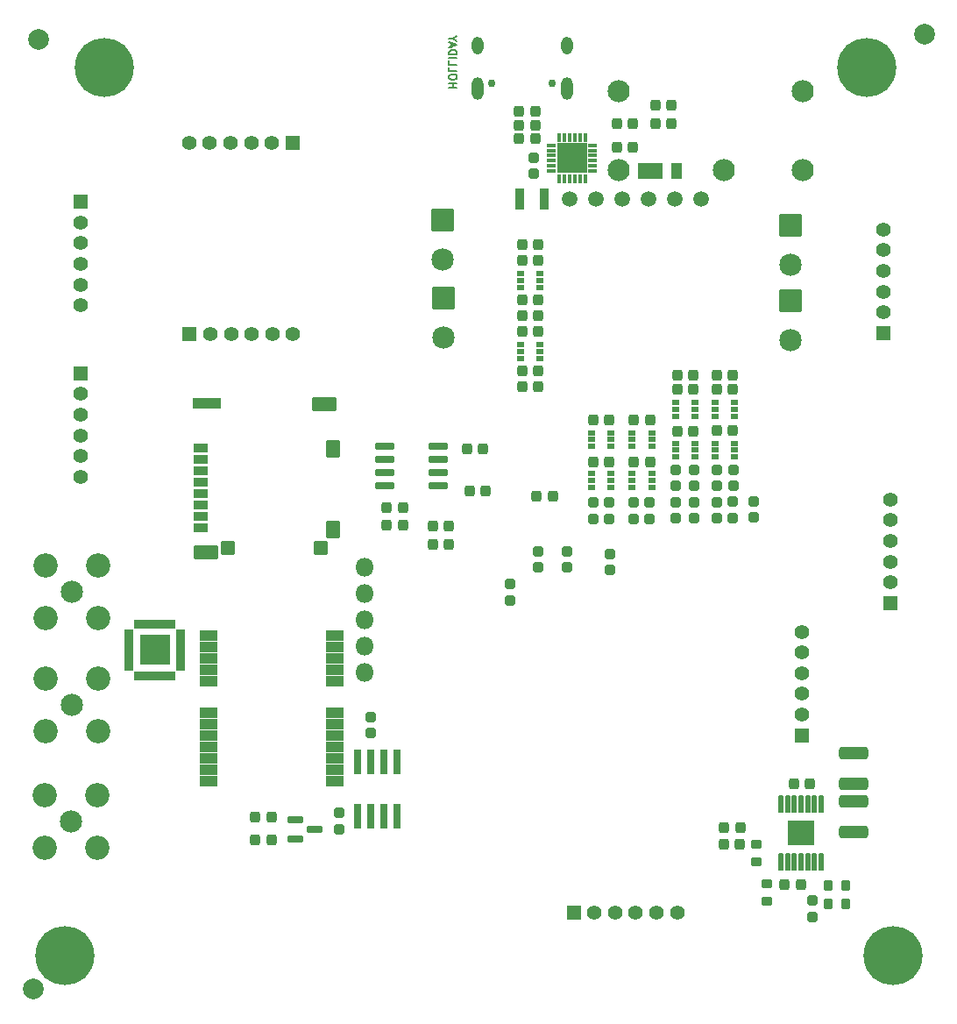
<source format=gbs>
%TF.GenerationSoftware,KiCad,Pcbnew,(6.0.5)*%
%TF.CreationDate,2022-08-04T22:39:57-07:00*%
%TF.ProjectId,mainboard,6d61696e-626f-4617-9264-2e6b69636164,rev?*%
%TF.SameCoordinates,Original*%
%TF.FileFunction,Soldermask,Bot*%
%TF.FilePolarity,Negative*%
%FSLAX46Y46*%
G04 Gerber Fmt 4.6, Leading zero omitted, Abs format (unit mm)*
G04 Created by KiCad (PCBNEW (6.0.5)) date 2022-08-04 22:39:57*
%MOMM*%
%LPD*%
G01*
G04 APERTURE LIST*
G04 Aperture macros list*
%AMRoundRect*
0 Rectangle with rounded corners*
0 $1 Rounding radius*
0 $2 $3 $4 $5 $6 $7 $8 $9 X,Y pos of 4 corners*
0 Add a 4 corners polygon primitive as box body*
4,1,4,$2,$3,$4,$5,$6,$7,$8,$9,$2,$3,0*
0 Add four circle primitives for the rounded corners*
1,1,$1+$1,$2,$3*
1,1,$1+$1,$4,$5*
1,1,$1+$1,$6,$7*
1,1,$1+$1,$8,$9*
0 Add four rect primitives between the rounded corners*
20,1,$1+$1,$2,$3,$4,$5,0*
20,1,$1+$1,$4,$5,$6,$7,0*
20,1,$1+$1,$6,$7,$8,$9,0*
20,1,$1+$1,$8,$9,$2,$3,0*%
G04 Aperture macros list end*
%ADD10C,0.190500*%
%ADD11O,1.801600X1.801600*%
%ADD12C,5.701600*%
%ADD13C,2.133600*%
%ADD14C,2.151600*%
%ADD15C,2.351600*%
%ADD16RoundRect,0.063500X-1.016000X1.016000X-1.016000X-1.016000X1.016000X-1.016000X1.016000X1.016000X0*%
%ADD17C,2.159000*%
%ADD18C,0.751600*%
%ADD19O,1.101600X2.201600*%
%ADD20O,1.101600X1.701600*%
%ADD21RoundRect,0.050800X-0.654000X0.654000X-0.654000X-0.654000X0.654000X-0.654000X0.654000X0.654000X0*%
%ADD22C,1.409600*%
%ADD23RoundRect,0.050800X0.654000X0.654000X-0.654000X0.654000X-0.654000X-0.654000X0.654000X-0.654000X0*%
%ADD24RoundRect,0.050800X0.654000X-0.654000X0.654000X0.654000X-0.654000X0.654000X-0.654000X-0.654000X0*%
%ADD25RoundRect,0.050800X-0.654000X-0.654000X0.654000X-0.654000X0.654000X0.654000X-0.654000X0.654000X0*%
%ADD26RoundRect,0.063500X0.812800X-0.406400X0.812800X0.406400X-0.812800X0.406400X-0.812800X-0.406400X0*%
%ADD27RoundRect,0.063500X0.381000X0.152400X-0.381000X0.152400X-0.381000X-0.152400X0.381000X-0.152400X0*%
%ADD28RoundRect,0.063500X0.152400X-0.381000X0.152400X0.381000X-0.152400X0.381000X-0.152400X-0.381000X0*%
%ADD29RoundRect,0.063500X-0.381000X-0.152400X0.381000X-0.152400X0.381000X0.152400X-0.381000X0.152400X0*%
%ADD30RoundRect,0.063500X-0.152400X0.381000X-0.152400X-0.381000X0.152400X-0.381000X0.152400X0.381000X0*%
%ADD31RoundRect,0.063500X1.397000X1.397000X-1.397000X1.397000X-1.397000X-1.397000X1.397000X-1.397000X0*%
%ADD32RoundRect,0.269550X-0.218750X-0.256250X0.218750X-0.256250X0.218750X0.256250X-0.218750X0.256250X0*%
%ADD33RoundRect,0.269550X0.256250X-0.218750X0.256250X0.218750X-0.256250X0.218750X-0.256250X-0.218750X0*%
%ADD34RoundRect,0.269550X-0.256250X0.218750X-0.256250X-0.218750X0.256250X-0.218750X0.256250X0.218750X0*%
%ADD35RoundRect,0.050800X0.304800X1.104900X-0.304800X1.104900X-0.304800X-1.104900X0.304800X-1.104900X0*%
%ADD36RoundRect,0.063500X0.660400X-0.279400X0.660400X0.279400X-0.660400X0.279400X-0.660400X-0.279400X0*%
%ADD37RoundRect,0.063500X-0.620000X0.400000X-0.620000X-0.400000X0.620000X-0.400000X0.620000X0.400000X0*%
%ADD38RoundRect,0.063500X-0.600000X0.580000X-0.600000X-0.580000X0.600000X-0.580000X0.600000X0.580000X0*%
%ADD39RoundRect,0.063500X-1.250000X0.475000X-1.250000X-0.475000X1.250000X-0.475000X1.250000X0.475000X0*%
%ADD40RoundRect,0.063500X-1.100000X0.575000X-1.100000X-0.575000X1.100000X-0.575000X1.100000X0.575000X0*%
%ADD41RoundRect,0.063500X-0.575000X0.750000X-0.575000X-0.750000X0.575000X-0.750000X0.575000X0.750000X0*%
%ADD42RoundRect,0.063500X-0.625000X0.580000X-0.625000X-0.580000X0.625000X-0.580000X0.625000X0.580000X0*%
%ADD43RoundRect,0.269550X0.218750X0.256250X-0.218750X0.256250X-0.218750X-0.256250X0.218750X-0.256250X0*%
%ADD44RoundRect,0.200800X-0.725000X-0.150000X0.725000X-0.150000X0.725000X0.150000X-0.725000X0.150000X0*%
%ADD45C,2.000000*%
%ADD46RoundRect,0.050800X0.150000X0.400000X-0.150000X0.400000X-0.150000X-0.400000X0.150000X-0.400000X0*%
%ADD47RoundRect,0.050800X-0.400000X0.150000X-0.400000X-0.150000X0.400000X-0.150000X0.400000X0.150000X0*%
%ADD48RoundRect,0.050800X-1.400000X1.400000X-1.400000X-1.400000X1.400000X-1.400000X1.400000X1.400000X0*%
%ADD49RoundRect,0.228400X-0.222400X-0.822400X0.222400X-0.822400X0.222400X0.822400X-0.222400X0.822400X0*%
%ADD50RoundRect,0.050800X-0.300000X0.200000X-0.300000X-0.200000X0.300000X-0.200000X0.300000X0.200000X0*%
%ADD51RoundRect,0.050800X-0.325000X-0.200000X0.325000X-0.200000X0.325000X0.200000X-0.325000X0.200000X0*%
%ADD52RoundRect,0.063500X-0.450000X-0.700000X0.450000X-0.700000X0.450000X0.700000X-0.450000X0.700000X0*%
%ADD53RoundRect,0.063500X-1.100000X-0.700000X1.100000X-0.700000X1.100000X0.700000X-1.100000X0.700000X0*%
%ADD54C,1.501600*%
%ADD55RoundRect,0.275800X0.225000X0.250000X-0.225000X0.250000X-0.225000X-0.250000X0.225000X-0.250000X0*%
%ADD56RoundRect,0.300800X1.100000X-0.325000X1.100000X0.325000X-1.100000X0.325000X-1.100000X-0.325000X0*%
%ADD57RoundRect,0.300800X-1.100000X0.325000X-1.100000X-0.325000X1.100000X-0.325000X1.100000X0.325000X0*%
%ADD58RoundRect,0.275800X-0.225000X-0.250000X0.225000X-0.250000X0.225000X0.250000X-0.225000X0.250000X0*%
%ADD59RoundRect,0.275800X-0.250000X0.225000X-0.250000X-0.225000X0.250000X-0.225000X0.250000X0.225000X0*%
%ADD60RoundRect,0.250800X-0.275000X0.200000X-0.275000X-0.200000X0.275000X-0.200000X0.275000X0.200000X0*%
%ADD61RoundRect,0.250800X-0.200000X-0.275000X0.200000X-0.275000X0.200000X0.275000X-0.200000X0.275000X0*%
%ADD62RoundRect,0.250800X0.200000X0.275000X-0.200000X0.275000X-0.200000X-0.275000X0.200000X-0.275000X0*%
%ADD63RoundRect,0.063500X0.152400X-0.800100X0.152400X0.800100X-0.152400X0.800100X-0.152400X-0.800100X0*%
%ADD64RoundRect,0.063500X1.230000X-1.155000X1.230000X1.155000X-1.230000X1.155000X-1.230000X-1.155000X0*%
G04 APERTURE END LIST*
D10*
X140498285Y-59472285D02*
X141260285Y-59472285D01*
X140897428Y-59472285D02*
X140897428Y-59036857D01*
X140498285Y-59036857D02*
X141260285Y-59036857D01*
X141260285Y-58528857D02*
X141260285Y-58383714D01*
X141224000Y-58311142D01*
X141151428Y-58238571D01*
X141006285Y-58202285D01*
X140752285Y-58202285D01*
X140607142Y-58238571D01*
X140534571Y-58311142D01*
X140498285Y-58383714D01*
X140498285Y-58528857D01*
X140534571Y-58601428D01*
X140607142Y-58674000D01*
X140752285Y-58710285D01*
X141006285Y-58710285D01*
X141151428Y-58674000D01*
X141224000Y-58601428D01*
X141260285Y-58528857D01*
X140498285Y-57512857D02*
X140498285Y-57875714D01*
X141260285Y-57875714D01*
X140498285Y-56896000D02*
X140498285Y-57258857D01*
X141260285Y-57258857D01*
X140498285Y-56642000D02*
X141260285Y-56642000D01*
X140498285Y-56279142D02*
X141260285Y-56279142D01*
X141260285Y-56097714D01*
X141224000Y-55988857D01*
X141151428Y-55916285D01*
X141078857Y-55880000D01*
X140933714Y-55843714D01*
X140824857Y-55843714D01*
X140679714Y-55880000D01*
X140607142Y-55916285D01*
X140534571Y-55988857D01*
X140498285Y-56097714D01*
X140498285Y-56279142D01*
X140716000Y-55553428D02*
X140716000Y-55190571D01*
X140498285Y-55626000D02*
X141260285Y-55372000D01*
X140498285Y-55118000D01*
X140861142Y-54718857D02*
X140498285Y-54718857D01*
X141260285Y-54972857D02*
X140861142Y-54718857D01*
X141260285Y-54464857D01*
D11*
X132384800Y-105816400D03*
X132384800Y-108356400D03*
X132384800Y-110896400D03*
X132384800Y-113436400D03*
X132384800Y-115976400D03*
D12*
X107236100Y-57564100D03*
X103426100Y-143294100D03*
X183426100Y-143294100D03*
X180896100Y-57564100D03*
D13*
X156892300Y-67485096D03*
X156892300Y-59865096D03*
X167052300Y-67485096D03*
X174672300Y-59865096D03*
X174672300Y-67485096D03*
D14*
X104076500Y-108204000D03*
D15*
X101536500Y-105664000D03*
X106616500Y-105664000D03*
X106616500Y-110744000D03*
X101536500Y-110744000D03*
D14*
X103949500Y-130365500D03*
D15*
X106489500Y-127825500D03*
X101409500Y-132905500D03*
X106489500Y-132905500D03*
X101409500Y-127825500D03*
D14*
X104076500Y-119126000D03*
D15*
X101536500Y-116586000D03*
X101536500Y-121666000D03*
X106616500Y-121666000D03*
X106616500Y-116586000D03*
D16*
X173532800Y-80035400D03*
D17*
X173532800Y-83891000D03*
D16*
X139954000Y-79781400D03*
D17*
X139954000Y-83637000D03*
D18*
X144662000Y-59063000D03*
X150442000Y-59063000D03*
D19*
X143232000Y-59563000D03*
X151872000Y-59563000D03*
D20*
X151872000Y-55413000D03*
X143232000Y-55413000D03*
D21*
X182473600Y-83181200D03*
D22*
X182473600Y-81181200D03*
X182473600Y-79181200D03*
X182473600Y-77181200D03*
X182473600Y-75181200D03*
X182473600Y-73181200D03*
D21*
X174561500Y-122030500D03*
D22*
X174561500Y-120030500D03*
X174561500Y-118030500D03*
X174561500Y-116030500D03*
X174561500Y-114030500D03*
X174561500Y-112030500D03*
D21*
X183134000Y-109267000D03*
D22*
X183134000Y-107267000D03*
X183134000Y-105267000D03*
X183134000Y-103267000D03*
X183134000Y-101267000D03*
X183134000Y-99267000D03*
D23*
X152543500Y-139128500D03*
D22*
X154543500Y-139128500D03*
X156543500Y-139128500D03*
X158543500Y-139128500D03*
X160543500Y-139128500D03*
X162543500Y-139128500D03*
D24*
X104902000Y-70501500D03*
D22*
X104902000Y-72501500D03*
X104902000Y-74501500D03*
X104902000Y-76501500D03*
X104902000Y-78501500D03*
X104902000Y-80501500D03*
D23*
X115446800Y-83312000D03*
D22*
X117446800Y-83312000D03*
X119446800Y-83312000D03*
X121446800Y-83312000D03*
X123446800Y-83312000D03*
X125446800Y-83312000D03*
D25*
X125396000Y-64820800D03*
D22*
X123396000Y-64820800D03*
X121396000Y-64820800D03*
X119396000Y-64820800D03*
X117396000Y-64820800D03*
X115396000Y-64820800D03*
D24*
X104902000Y-87075000D03*
D22*
X104902000Y-89075000D03*
X104902000Y-91075000D03*
X104902000Y-93075000D03*
X104902000Y-95075000D03*
X104902000Y-97075000D03*
D16*
X139903200Y-72263000D03*
D17*
X139903200Y-76118600D03*
D16*
X173532800Y-72771000D03*
D17*
X173532800Y-76626600D03*
D26*
X117307062Y-126446543D03*
X117307062Y-125346543D03*
X117307062Y-124246543D03*
X117307062Y-123146543D03*
X117307062Y-122046543D03*
X117307062Y-120946543D03*
X117307062Y-119846543D03*
X117307062Y-116846543D03*
X117307062Y-115746543D03*
X117307062Y-114646543D03*
X117307062Y-113546543D03*
X117307062Y-112446543D03*
X129507062Y-112446543D03*
X129507062Y-113546543D03*
X129507062Y-114646543D03*
X129507062Y-115746543D03*
X129507062Y-116846543D03*
X129507062Y-119846543D03*
X129507062Y-120946543D03*
X129507062Y-122046543D03*
X129507062Y-123146543D03*
X129507062Y-124246543D03*
X129507062Y-125346543D03*
X129507062Y-126446543D03*
D27*
X114598378Y-112028150D03*
X114598378Y-112528150D03*
X114598378Y-113028150D03*
X114598378Y-113528150D03*
X114598378Y-114028150D03*
X114598378Y-114528150D03*
X114598378Y-115028150D03*
X114598378Y-115528150D03*
D28*
X113848378Y-116278150D03*
X113348378Y-116278150D03*
X112848378Y-116278150D03*
X112348378Y-116278150D03*
X111848378Y-116278150D03*
X111348378Y-116278150D03*
X110848378Y-116278150D03*
X110348378Y-116278150D03*
D29*
X109598378Y-115528150D03*
X109598378Y-115028150D03*
X109598378Y-114528150D03*
X109598378Y-114028150D03*
X109598378Y-113528150D03*
X109598378Y-113028150D03*
X109598378Y-112528150D03*
X109598378Y-112028150D03*
D30*
X110348378Y-111278150D03*
X110848378Y-111278150D03*
X111348378Y-111278150D03*
X111848378Y-111278150D03*
X112348378Y-111278150D03*
X112848378Y-111278150D03*
X113348378Y-111278150D03*
X113848378Y-111278150D03*
D31*
X112098378Y-113778150D03*
D32*
X134467500Y-100076000D03*
X136042500Y-100076000D03*
D33*
X151892000Y-105816500D03*
X151892000Y-104241500D03*
X149098000Y-105816500D03*
X149098000Y-104241500D03*
D34*
X164211000Y-99501696D03*
X164211000Y-101076696D03*
D35*
X135445500Y-129870200D03*
X134175500Y-129870200D03*
X132905500Y-129870200D03*
X131635500Y-129870200D03*
X131635500Y-124637800D03*
X132905500Y-124637800D03*
X134175500Y-124637800D03*
X135445500Y-124637800D03*
D32*
X121802100Y-132128096D03*
X123377100Y-132128096D03*
X121802100Y-129969096D03*
X123377100Y-129969096D03*
D34*
X129857500Y-129514500D03*
X129857500Y-131089500D03*
D36*
X125650300Y-132064596D03*
X125650300Y-130159596D03*
X127529900Y-131112096D03*
D32*
X142214500Y-94361000D03*
X143789500Y-94361000D03*
X142468500Y-98425000D03*
X144043500Y-98425000D03*
D37*
X116517500Y-94318500D03*
X116517500Y-95418500D03*
X116517500Y-96518500D03*
X116517500Y-97618500D03*
X116517500Y-98718500D03*
X116517500Y-99818500D03*
X116517500Y-100918500D03*
X116517500Y-102018500D03*
D38*
X128147500Y-103958500D03*
D39*
X117147500Y-89973500D03*
D40*
X116997500Y-104363500D03*
X128477500Y-90073500D03*
D41*
X129272500Y-94378500D03*
X129272500Y-102158500D03*
D42*
X119147500Y-103958500D03*
D34*
X146431000Y-107416500D03*
X146431000Y-108991500D03*
D43*
X140487500Y-101854000D03*
X138912500Y-101854000D03*
D44*
X134331000Y-97917000D03*
X134331000Y-96647000D03*
X134331000Y-95377000D03*
X134331000Y-94107000D03*
X139481000Y-94107000D03*
X139481000Y-95377000D03*
X139481000Y-96647000D03*
X139481000Y-97917000D03*
D45*
X186436000Y-54356000D03*
D32*
X147269100Y-61798200D03*
X148844100Y-61798200D03*
D46*
X151150000Y-64294000D03*
X151650000Y-64294000D03*
X152150000Y-64294000D03*
X152650000Y-64294000D03*
X153150000Y-64294000D03*
X153650000Y-64294000D03*
D47*
X154400000Y-65044000D03*
X154400000Y-65544000D03*
X154400000Y-66044000D03*
X154400000Y-66544000D03*
X154400000Y-67044000D03*
X154400000Y-67544000D03*
D46*
X153650000Y-68294000D03*
X153150000Y-68294000D03*
X152650000Y-68294000D03*
X152150000Y-68294000D03*
X151650000Y-68294000D03*
X151150000Y-68294000D03*
D47*
X150400000Y-67544000D03*
X150400000Y-67044000D03*
X150400000Y-66544000D03*
X150400000Y-66044000D03*
X150400000Y-65544000D03*
X150400000Y-65044000D03*
D48*
X152400000Y-66294000D03*
D43*
X158267500Y-65278000D03*
X156692500Y-65278000D03*
D33*
X148666200Y-67818100D03*
X148666200Y-66243100D03*
D43*
X162001300Y-62941200D03*
X160426300Y-62941200D03*
X148818700Y-64414400D03*
X147243700Y-64414400D03*
D32*
X156692500Y-62941200D03*
X158267500Y-62941200D03*
D43*
X148844100Y-63093600D03*
X147269100Y-63093600D03*
D34*
X162433000Y-99501696D03*
X162433000Y-101076696D03*
X156083000Y-104495500D03*
X156083000Y-106070500D03*
D32*
X148945500Y-98933000D03*
X150520500Y-98933000D03*
D43*
X162001300Y-61214000D03*
X160426300Y-61214000D03*
D49*
X147320000Y-70231000D03*
X149720000Y-70231000D03*
D32*
X147548500Y-83058000D03*
X149123500Y-83058000D03*
D34*
X159893000Y-99542500D03*
X159893000Y-101117500D03*
X164211000Y-96367500D03*
X164211000Y-97942500D03*
X168021000Y-96367500D03*
X168021000Y-97942500D03*
D50*
X158181000Y-98059000D03*
X158181000Y-97409000D03*
X158181000Y-96759000D03*
X160081000Y-96759000D03*
X160081000Y-97409000D03*
X160081000Y-98059000D03*
D51*
X166182000Y-91201000D03*
X166182000Y-90551000D03*
X166182000Y-89901000D03*
X168082000Y-89901000D03*
X168082000Y-90551000D03*
X168082000Y-91201000D03*
D50*
X166182000Y-95138000D03*
X166182000Y-94488000D03*
X166182000Y-93838000D03*
X168082000Y-93838000D03*
X168082000Y-94488000D03*
X168082000Y-95138000D03*
D32*
X147548500Y-88392000D03*
X149123500Y-88392000D03*
D43*
X149123500Y-81534000D03*
X147548500Y-81534000D03*
X149123500Y-74676000D03*
X147548500Y-74676000D03*
D32*
X147548500Y-76200000D03*
X149123500Y-76200000D03*
X154406500Y-91567000D03*
X155981500Y-91567000D03*
D33*
X158369000Y-101117500D03*
X158369000Y-99542500D03*
D32*
X162534500Y-87249000D03*
X164109500Y-87249000D03*
X166344500Y-87249000D03*
X167919500Y-87249000D03*
X162534500Y-88646000D03*
X164109500Y-88646000D03*
X166344500Y-88646000D03*
X167919500Y-88646000D03*
D33*
X166370000Y-97942500D03*
X166370000Y-96367500D03*
D43*
X159918500Y-95631000D03*
X158343500Y-95631000D03*
X164109500Y-92710000D03*
X162534500Y-92710000D03*
X167919500Y-92557600D03*
X166344500Y-92557600D03*
D51*
X162372000Y-91201000D03*
X162372000Y-90551000D03*
X162372000Y-89901000D03*
X164272000Y-89901000D03*
X164272000Y-90551000D03*
X164272000Y-91201000D03*
D50*
X162372000Y-95138000D03*
X162372000Y-94488000D03*
X162372000Y-93838000D03*
X164272000Y-93838000D03*
X164272000Y-94488000D03*
X164272000Y-95138000D03*
D51*
X158181000Y-94122000D03*
X158181000Y-93472000D03*
X158181000Y-92822000D03*
X160081000Y-92822000D03*
X160081000Y-93472000D03*
X160081000Y-94122000D03*
D33*
X155956000Y-101117500D03*
X155956000Y-99542500D03*
D50*
X154244000Y-98059000D03*
X154244000Y-97409000D03*
X154244000Y-96759000D03*
X156144000Y-96759000D03*
X156144000Y-97409000D03*
X156144000Y-98059000D03*
D34*
X154432000Y-99542500D03*
X154432000Y-101117500D03*
D32*
X158343500Y-91567000D03*
X159918500Y-91567000D03*
D33*
X162433000Y-97942500D03*
X162433000Y-96367500D03*
D34*
X166370000Y-99504400D03*
X166370000Y-101079400D03*
X167894000Y-99479000D03*
X167894000Y-101054000D03*
D33*
X169926000Y-100990500D03*
X169926000Y-99415500D03*
D52*
X162486000Y-67500500D03*
D53*
X159936000Y-67500500D03*
D51*
X147386000Y-78755000D03*
X147386000Y-78105000D03*
X147386000Y-77455000D03*
X149286000Y-77455000D03*
X149286000Y-78105000D03*
X149286000Y-78755000D03*
X147386000Y-85613000D03*
X147386000Y-84963000D03*
X147386000Y-84313000D03*
X149286000Y-84313000D03*
X149286000Y-84963000D03*
X149286000Y-85613000D03*
D43*
X149123500Y-80010000D03*
X147548500Y-80010000D03*
D54*
X152146000Y-70231000D03*
X154686000Y-70231000D03*
X157226000Y-70231000D03*
X159766000Y-70231000D03*
X162306000Y-70231000D03*
X164846000Y-70231000D03*
D32*
X147548500Y-86868000D03*
X149123500Y-86868000D03*
D43*
X155981500Y-95631000D03*
X154406500Y-95631000D03*
D51*
X154244000Y-94122000D03*
X154244000Y-93472000D03*
X154244000Y-92822000D03*
X156144000Y-92822000D03*
X156144000Y-93472000D03*
X156144000Y-94122000D03*
D32*
X138912500Y-103632000D03*
X140487500Y-103632000D03*
X134467500Y-101727000D03*
X136042500Y-101727000D03*
D34*
X132905500Y-120243500D03*
X132905500Y-121818500D03*
D55*
X168631200Y-130962400D03*
X167081200Y-130962400D03*
X168618200Y-132588000D03*
X167068200Y-132588000D03*
D56*
X179578000Y-126697000D03*
X179578000Y-123747000D03*
D57*
X179578000Y-128446000D03*
X179578000Y-131396000D03*
D58*
X173850000Y-126746000D03*
X175400000Y-126746000D03*
D55*
X174485600Y-136448800D03*
X172935600Y-136448800D03*
D59*
X175641000Y-138010600D03*
X175641000Y-139560600D03*
D60*
X170154600Y-132575800D03*
X170154600Y-134225800D03*
D61*
X177152800Y-136499600D03*
X178802800Y-136499600D03*
D62*
X178802800Y-138277600D03*
X177152800Y-138277600D03*
D60*
X171170600Y-136385800D03*
X171170600Y-138035800D03*
D63*
X176473434Y-134239000D03*
X175823421Y-134239000D03*
X175173412Y-134239000D03*
X174523400Y-134239000D03*
X173873388Y-134239000D03*
X173223379Y-134239000D03*
X172573366Y-134239000D03*
X172573366Y-128701800D03*
X173223379Y-128701800D03*
X173873388Y-128701800D03*
X174523400Y-128701800D03*
X175173412Y-128701800D03*
X175823421Y-128701800D03*
X176473434Y-128701800D03*
D64*
X174523400Y-131470400D03*
D45*
X100838000Y-54864000D03*
X100330000Y-146558000D03*
M02*

</source>
